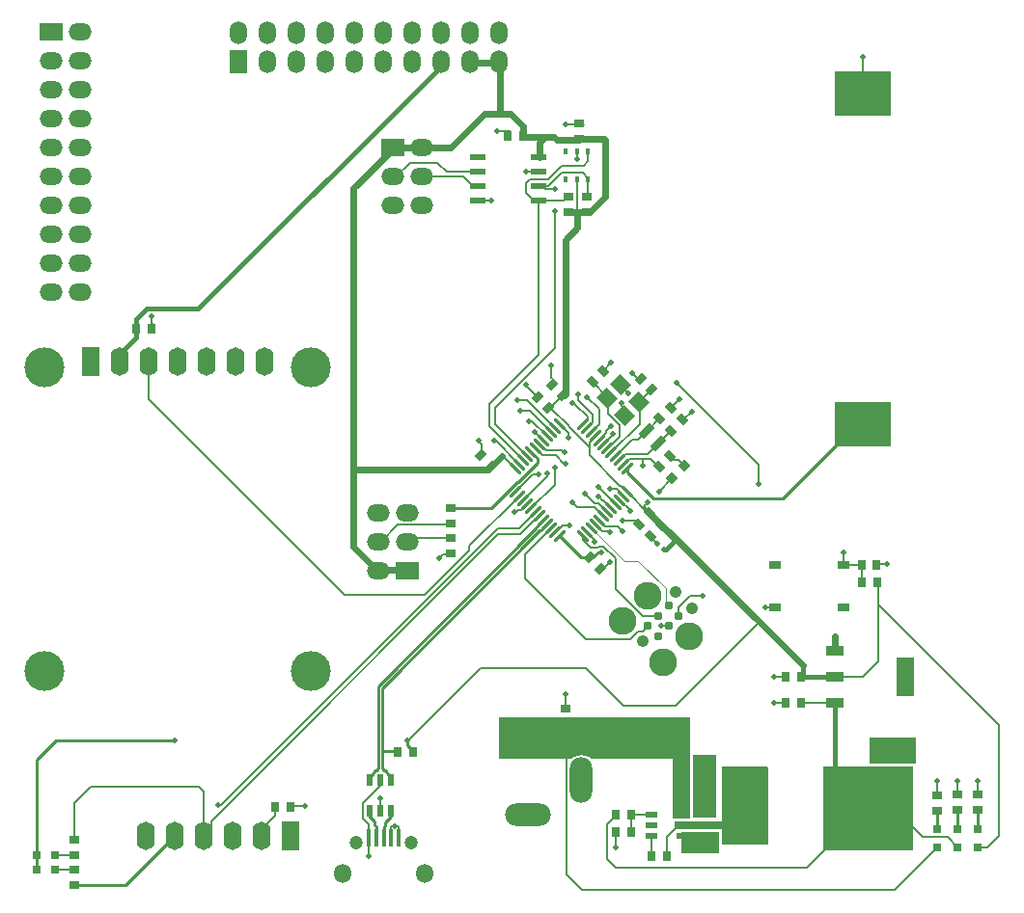
<source format=gtl>
G04*
G04 #@! TF.GenerationSoftware,Altium Limited,Altium Designer,19.0.15 (446)*
G04*
G04 Layer_Physical_Order=1*
G04 Layer_Color=255*
%FSLAX25Y25*%
%MOIN*%
G70*
G01*
G75*
%ADD10C,0.00787*%
%ADD13C,0.02362*%
%ADD17C,0.01000*%
%ADD18R,0.01575X0.06299*%
%ADD19R,0.03740X0.02756*%
%ADD20R,0.06299X0.13386*%
%ADD21R,0.06299X0.03347*%
%ADD22R,0.05512X0.02362*%
%ADD23R,0.01575X0.02362*%
G04:AMPARAMS|DCode=24|XSize=27.56mil|YSize=37.4mil|CornerRadius=0mil|HoleSize=0mil|Usage=FLASHONLY|Rotation=315.000|XOffset=0mil|YOffset=0mil|HoleType=Round|Shape=Rectangle|*
%AMROTATEDRECTD24*
4,1,4,-0.02297,-0.00348,0.00348,0.02297,0.02297,0.00348,-0.00348,-0.02297,-0.02297,-0.00348,0.0*
%
%ADD24ROTATEDRECTD24*%

G04:AMPARAMS|DCode=25|XSize=27.56mil|YSize=37.4mil|CornerRadius=0mil|HoleSize=0mil|Usage=FLASHONLY|Rotation=225.000|XOffset=0mil|YOffset=0mil|HoleType=Round|Shape=Rectangle|*
%AMROTATEDRECTD25*
4,1,4,-0.00348,0.02297,0.02297,-0.00348,0.00348,-0.02297,-0.02297,0.00348,-0.00348,0.02297,0.0*
%
%ADD25ROTATEDRECTD25*%

G04:AMPARAMS|DCode=26|XSize=27.56mil|YSize=55.12mil|CornerRadius=0mil|HoleSize=0mil|Usage=FLASHONLY|Rotation=315.000|XOffset=0mil|YOffset=0mil|HoleType=Round|Shape=Rectangle|*
%AMROTATEDRECTD26*
4,1,4,-0.02923,-0.00974,0.00974,0.02923,0.02923,0.00974,-0.00974,-0.02923,-0.02923,-0.00974,0.0*
%
%ADD26ROTATEDRECTD26*%

G04:AMPARAMS|DCode=27|XSize=55.12mil|YSize=47.24mil|CornerRadius=0mil|HoleSize=0mil|Usage=FLASHONLY|Rotation=315.000|XOffset=0mil|YOffset=0mil|HoleType=Round|Shape=Rectangle|*
%AMROTATEDRECTD27*
4,1,4,-0.03619,0.00278,-0.00278,0.03619,0.03619,-0.00278,0.00278,-0.03619,-0.03619,0.00278,0.0*
%
%ADD27ROTATEDRECTD27*%

%ADD28P,0.04454X4X90.0*%
G04:AMPARAMS|DCode=29|XSize=11.81mil|YSize=57.09mil|CornerRadius=0mil|HoleSize=0mil|Usage=FLASHONLY|Rotation=315.000|XOffset=0mil|YOffset=0mil|HoleType=Round|Shape=Round|*
%AMOVALD29*
21,1,0.04528,0.01181,0.00000,0.00000,45.0*
1,1,0.01181,-0.01601,-0.01601*
1,1,0.01181,0.01601,0.01601*
%
%ADD29OVALD29*%

G04:AMPARAMS|DCode=30|XSize=11.81mil|YSize=57.09mil|CornerRadius=0mil|HoleSize=0mil|Usage=FLASHONLY|Rotation=225.000|XOffset=0mil|YOffset=0mil|HoleType=Round|Shape=Round|*
%AMOVALD30*
21,1,0.04528,0.01181,0.00000,0.00000,315.0*
1,1,0.01181,-0.01601,0.01601*
1,1,0.01181,0.01601,-0.01601*
%
%ADD30OVALD30*%

%ADD31R,0.02756X0.03740*%
%ADD32R,0.03150X0.03150*%
%ADD33R,0.04331X0.02362*%
%ADD34R,0.03150X0.03150*%
%ADD35R,0.02362X0.04331*%
%ADD36R,0.19685X0.15748*%
%ADD37R,0.03937X0.02953*%
%ADD38R,0.13780X0.23622*%
%ADD75C,0.03098*%
%ADD76C,0.01575*%
%ADD77C,0.00914*%
%ADD78C,0.00630*%
%ADD79C,0.00394*%
%ADD80O,0.07874X0.15748*%
%ADD81O,0.17323X0.08661*%
%ADD82O,0.15748X0.07874*%
%ADD83O,0.05906X0.06693*%
%ADD84C,0.04724*%
%ADD85O,0.06299X0.09843*%
%ADD86R,0.06299X0.09843*%
%ADD87C,0.13780*%
%ADD88C,0.04201*%
%ADD89C,0.09650*%
%ADD90O,0.05906X0.07874*%
%ADD91R,0.05906X0.07874*%
%ADD92O,0.07874X0.05906*%
%ADD93R,0.07874X0.05906*%
%ADD94C,0.01968*%
G36*
X319787Y47669D02*
X303909Y47669D01*
Y56669D01*
X319787Y56669D01*
Y47669D01*
D02*
G37*
G36*
X250787Y29169D02*
X242787Y29169D01*
X242787Y50669D01*
X250787Y50669D01*
X250787Y29169D01*
D02*
G37*
G36*
X241787Y28569D02*
X235787D01*
Y49269D01*
X207658D01*
X206674Y50024D01*
X205525Y50500D01*
X204291Y50663D01*
X203058Y50500D01*
X201909Y50024D01*
X200925Y49269D01*
X175800D01*
Y63669D01*
X241787D01*
Y28569D01*
D02*
G37*
G36*
X268787Y46216D02*
X268787Y19669D01*
X252787D01*
Y24969D01*
X236546D01*
Y27669D01*
X252787Y27669D01*
X252787Y46569D01*
X268434Y46569D01*
X268787Y46216D01*
D02*
G37*
G36*
X318787Y17669D02*
X287787D01*
Y46669D01*
X318787D01*
Y17669D01*
D02*
G37*
G36*
X251787Y16669D02*
X238787D01*
Y24150D01*
X251787D01*
Y16669D01*
D02*
G37*
D10*
X55800Y199915D02*
Y202400D01*
Y199915D02*
X56715Y199000D01*
X55815Y198100D02*
X56715Y199000D01*
X130649Y26736D02*
X130905Y26479D01*
X185300Y178308D02*
X189105Y174503D01*
X175200Y266500D02*
X179885D01*
X198800Y268700D02*
X205000D01*
X270843Y68669D02*
X274787D01*
X291394Y86897D02*
X291787Y87291D01*
X291394Y86897D02*
X291677Y86614D01*
X306102Y116433D02*
X306339Y116669D01*
X55602Y198100D02*
X55815D01*
X194029Y54669D02*
X199173Y49525D01*
Y9284D02*
X204520Y3937D01*
X199173Y9284D02*
Y49525D01*
X169600Y80769D02*
X205926D01*
X144600Y55769D02*
X169600Y80769D01*
X225932Y136614D02*
X228387Y134158D01*
X128685Y34009D02*
X134787Y40111D01*
X128685Y28700D02*
Y34009D01*
Y28700D02*
X130649Y26736D01*
X134787Y31354D02*
Y35669D01*
Y40111D02*
Y41984D01*
X130905Y21874D02*
Y26479D01*
Y15811D02*
Y21874D01*
X208266Y165782D02*
Y168434D01*
X203300Y173400D02*
X208266Y168434D01*
X203300Y173400D02*
Y175200D01*
X208900Y124500D02*
Y125136D01*
X206392Y127644D02*
X208900Y125136D01*
X213550Y128050D02*
X214000Y127600D01*
X211554Y128050D02*
X213550D01*
X209176Y130428D02*
X211554Y128050D01*
X175485Y129185D02*
X182911D01*
X79654Y33354D02*
X175485Y129185D01*
X78787Y33354D02*
X79654D01*
X139561Y25943D02*
X139787Y26169D01*
X140013Y25943D01*
X138583D02*
X139561D01*
X140013D02*
X141142D01*
X138583Y21874D02*
Y25943D01*
X141142Y21874D02*
Y25943D01*
X192400Y147026D02*
Y148100D01*
X184154Y138779D02*
X192400Y147026D01*
X181370Y141563D02*
X187507Y147700D01*
X189400D01*
X186938Y135995D02*
X195000Y144058D01*
Y150000D01*
X181283Y134603D02*
X181603D01*
X182406Y135407D01*
X183459D01*
X185439Y137387D01*
X185546D01*
X168900Y158943D02*
Y159262D01*
Y158943D02*
X169848Y157995D01*
Y154568D02*
Y157995D01*
X169500Y154220D02*
X169848Y154568D01*
X216097Y159435D02*
X217365Y160703D01*
X216051Y159435D02*
X216097D01*
X213352Y156735D02*
X216051Y159435D01*
X213245Y156735D02*
X213352D01*
X217365Y160703D02*
Y164857D01*
X214496Y167726D02*
X217365Y164857D01*
X215200Y161398D02*
Y161600D01*
X211930Y158127D02*
X215200Y161398D01*
X300657Y116433D02*
X301087Y116002D01*
X225932Y136614D02*
X227159Y137841D01*
X227610Y134158D02*
X227863D01*
X301087Y110408D02*
Y116002D01*
X294787Y116433D02*
X300657D01*
X241965Y105811D02*
X246300D01*
X237859Y101705D02*
X241965Y105811D01*
X237859Y98740D02*
Y101705D01*
X231787Y95205D02*
X234323D01*
X204520Y3937D02*
X312433D01*
X327287Y18791D01*
X297139Y33800D02*
X310600D01*
X297008Y33669D02*
X297139Y33800D01*
X310600D02*
X322092Y22308D01*
X330771D01*
X344591Y18791D02*
X348387Y22587D01*
X341287Y18791D02*
X344591D01*
X348387Y22587D02*
Y61084D01*
X306339Y116669D02*
X309787D01*
X306702Y102769D02*
Y110108D01*
X306402Y110408D02*
X306702Y110108D01*
Y102769D02*
X348387Y61084D01*
X306702Y83084D02*
Y102769D01*
X158781Y130366D02*
X159100Y130685D01*
X140850Y130366D02*
X158781D01*
X145300Y125800D02*
X159300D01*
X144000Y124500D02*
X145300Y125800D01*
X220205Y141563D02*
X227610Y134158D01*
X158882Y120067D02*
X159300Y120485D01*
X156531Y120067D02*
X158882D01*
X155000Y118536D02*
X156531Y120067D01*
X165377Y121387D02*
Y122882D01*
X149990Y106000D02*
X165377Y121387D01*
X122500Y106000D02*
X149990D01*
X165377Y122882D02*
X182666Y140171D01*
X291677Y86614D02*
X291787Y86724D01*
X93787Y24936D02*
X98400Y29549D01*
X93787Y22669D02*
Y24936D01*
X98400Y29549D02*
Y32600D01*
X103809Y32900D02*
X108815D01*
X223787Y180669D02*
X224787D01*
X221787Y182669D02*
X223787Y180669D01*
X239570Y166552D02*
X242387Y169369D01*
X239021Y166552D02*
X239570D01*
X218300Y171300D02*
Y172500D01*
X217905Y178076D02*
X220311Y175669D01*
X217905Y178076D02*
Y178794D01*
X219297Y167937D02*
Y170303D01*
X218300Y171300D02*
X219297Y170303D01*
X235433Y146215D02*
Y146315D01*
X231000Y141782D02*
X235433Y146215D01*
X222805Y131700D02*
X224029Y130475D01*
X218500Y131700D02*
X222805D01*
X227787Y134234D02*
X227863Y134158D01*
X228387D01*
X228029Y126300D02*
X230529Y123800D01*
X231787Y130058D02*
Y130234D01*
X210958Y115142D02*
X211742D01*
X214100Y117500D01*
X192787Y170669D02*
X193385D01*
X185300Y178308D02*
Y178600D01*
X189029Y174427D02*
X189105Y174503D01*
X216150Y18669D02*
Y24150D01*
X230963Y158493D02*
X235263Y162794D01*
X211747Y133211D02*
Y133318D01*
X209973Y143416D02*
X209986Y143403D01*
X54787Y173713D02*
X122500Y106000D01*
X54787Y173713D02*
Y186669D01*
X183303Y126900D02*
X189615Y133211D01*
X175500Y126900D02*
X183303D01*
X76333Y27733D02*
X175500Y126900D01*
X76333Y25496D02*
Y27733D01*
X216652Y129765D02*
X218413Y128004D01*
X212622Y129765D02*
X216652D01*
X210568Y131819D02*
X212622Y129765D01*
X210461Y131819D02*
X210568D01*
X209069Y130428D02*
X209176D01*
X206286Y127644D02*
X206392D01*
X225600Y153148D02*
X228009D01*
X220900D02*
X225600D01*
Y150769D02*
Y153148D01*
X228009D02*
X230787Y150369D01*
X218920Y151168D02*
X220900Y153148D01*
X218813Y151168D02*
X218920D01*
X193900Y181048D02*
Y185400D01*
Y181048D02*
X194377Y180570D01*
Y179179D02*
Y180570D01*
X194029Y178831D02*
X194377Y179179D01*
X237300Y179200D02*
X265500Y151000D01*
Y144400D02*
Y151000D01*
X236776Y67769D02*
X265676Y96669D01*
X185484Y173500D02*
X195289Y163695D01*
X182200Y173500D02*
X185484D01*
X186600Y169600D02*
X193897Y162303D01*
X183200Y169600D02*
X186600D01*
X174667Y159262D02*
X182762Y151168D01*
X174300Y159262D02*
X174667D01*
X172402Y164311D02*
X184154Y152559D01*
X172402Y164311D02*
Y172000D01*
X174400Y170762D02*
X195100Y191462D01*
Y238600D01*
X177224Y153922D02*
X181370Y149776D01*
X174400Y165097D02*
Y170762D01*
X195600Y154200D02*
X198300Y151500D01*
X190971Y154200D02*
X195600D01*
X188436Y156735D02*
X190971Y154200D01*
X197553Y156147D02*
X198400Y155300D01*
X191980Y156147D02*
X197553D01*
X198300Y151500D02*
X198900D01*
X188330Y156735D02*
X188436D01*
X190000Y158127D02*
X191980Y156147D01*
X189722Y158127D02*
X190000D01*
X168978Y154220D02*
X169500D01*
X176700Y153922D02*
X177224D01*
X182762Y151168D02*
Y151238D01*
X202700Y259442D02*
X202900Y259243D01*
X206637Y255937D02*
Y258885D01*
Y259442D01*
X202900Y256600D02*
Y259243D01*
X185000Y248475D02*
X186363Y249838D01*
X185000Y244957D02*
Y248475D01*
Y244957D02*
X187758Y242200D01*
X205135Y254435D02*
X206637Y255937D01*
X197435Y254435D02*
X205135D01*
X192838Y249838D02*
X197435Y254435D01*
X189332Y242200D02*
X198181D01*
X199665Y243684D01*
X186363Y249838D02*
X192838D01*
X192724Y247200D02*
X197486Y251962D01*
X190907Y247200D02*
X192724D01*
X197486Y251962D02*
X204668D01*
X191707Y246400D02*
X195000D01*
X190907Y247200D02*
X191707Y246400D01*
X187758Y242200D02*
X189332D01*
Y247200D02*
X190907D01*
X180235Y159203D02*
X185516Y153922D01*
X180235Y159203D02*
Y159262D01*
X174400Y165097D02*
X180235Y159262D01*
X206037Y243684D02*
X206637Y244285D01*
Y249600D01*
X204668Y251962D02*
X206637Y249994D01*
Y249600D02*
Y249994D01*
X202700Y245568D02*
Y249600D01*
Y245568D02*
X202717Y245551D01*
Y241817D02*
Y245551D01*
X202700Y241800D02*
X202717Y241817D01*
X202700Y238469D02*
Y241800D01*
X189332Y188930D02*
Y242200D01*
X168466D02*
X173029D01*
X168466D02*
X168766Y242500D01*
X139087Y250569D02*
X140072D01*
X145002Y255500D01*
X157893Y252200D02*
X168466D01*
X154593Y255500D02*
X157893Y252200D01*
X145002Y255500D02*
X154593D01*
X166891Y247200D02*
X168466D01*
X163522Y250569D02*
X166891Y247200D01*
X149087Y250569D02*
X163522D01*
X200054Y164103D02*
X206980Y157177D01*
Y158715D01*
Y157152D02*
Y157177D01*
Y158715D02*
X209069Y160804D01*
Y160911D01*
X217927Y143842D02*
X220205Y141563D01*
X193385Y170669D02*
X193604D01*
X193385D02*
X197787Y175072D01*
X217358Y143842D02*
X217927D01*
X193604Y170669D02*
X200054Y164220D01*
X196681Y165087D02*
X199673Y162095D01*
Y160400D02*
Y162095D01*
X200054Y164103D02*
Y164220D01*
X172402Y172000D02*
X189332Y188930D01*
X185000Y252400D02*
X185200Y252200D01*
X189332D01*
X206100Y174500D02*
X210403Y170197D01*
X201100Y172500D02*
X201600D01*
X214000Y142569D02*
X216308D01*
X218706Y140171D01*
X209973Y143416D02*
X210000D01*
X216029Y137387D01*
X202200Y171791D02*
Y171900D01*
X201600Y172500D02*
X202200Y171900D01*
Y171791D02*
X206441Y167551D01*
Y166634D02*
Y167551D01*
X210403Y165135D02*
Y170197D01*
X207678Y162409D02*
X210403Y165135D01*
X212835Y162635D02*
X214600Y164400D01*
X212835Y161999D02*
Y162635D01*
X210456Y159620D02*
X212835Y161999D01*
X214496Y167726D02*
Y167766D01*
X213450Y168812D02*
X214496Y167766D01*
X213450Y168812D02*
Y173783D01*
X206980Y154220D02*
X217358Y143842D01*
X206980Y154220D02*
Y157152D01*
X221000Y135000D02*
Y135200D01*
X211471Y138849D02*
X211784D01*
X210320Y140000D02*
X211471Y138849D01*
X210014Y137835D02*
X213245Y134603D01*
X202669Y136331D02*
X208734D01*
X201000Y138000D02*
X202669Y136331D01*
X197646Y130000D02*
X200000D01*
X218706Y140171D02*
X218813D01*
X205610Y141000D02*
X208775Y137835D01*
X210000Y140000D02*
X210320D01*
X206286Y163802D02*
X208266Y165782D01*
X187244Y166172D02*
X192505Y160911D01*
X206980Y157152D02*
X206980Y157152D01*
X207678Y162303D02*
Y162409D01*
X206286Y163695D02*
Y163802D01*
X188223Y162303D02*
X191007Y159519D01*
X191113D01*
X204894Y165087D02*
X206441Y166634D01*
X181283Y134603D02*
X181509Y134829D01*
X208734Y136331D02*
X211747Y133318D01*
X208775Y137835D02*
X210014D01*
X217421Y138779D02*
X221000Y135200D01*
X195289Y127644D02*
X197646Y130000D01*
X211784Y138849D02*
X214637Y135995D01*
X186000Y166172D02*
X187244D01*
X188000Y162303D02*
X188223D01*
X182911Y129185D02*
X188330Y134603D01*
X182666Y140171D02*
X182762D01*
X214637Y155343D02*
X224307Y165014D01*
Y172391D01*
X134984Y124500D02*
X140850Y130366D01*
X134000Y124500D02*
X134984D01*
X22449Y11000D02*
X29000D01*
X21449D02*
X22449D01*
Y16000D02*
X29000D01*
Y22315D02*
X29059Y22374D01*
Y33941D01*
X34787Y39669D01*
X282299Y11811D02*
X290905Y20417D01*
X216155Y11811D02*
X282299D01*
X213197Y14769D02*
X216155Y11811D01*
X213197Y14769D02*
Y26705D01*
X216150Y29658D01*
X236255Y152718D02*
X237939D01*
X234846Y154128D02*
X236255Y152718D01*
X237939D02*
X239887Y150769D01*
X227010Y154540D02*
X230963Y158493D01*
X219508Y154540D02*
X227010D01*
X217528Y152559D02*
X219508Y154540D01*
X217421Y152559D02*
X217528D01*
X235046Y170728D02*
X238046Y173728D01*
X226987Y162669D02*
X231287Y166969D01*
X226787Y162669D02*
X226987D01*
X223787Y159669D02*
X226787Y162669D01*
X221747Y159669D02*
X223787D01*
X294787Y116433D02*
Y120669D01*
X292387Y77769D02*
X301387D01*
X306702Y83084D01*
X218926Y67769D02*
X236776D01*
X205926Y80769D02*
X218926Y67769D01*
X267787Y101669D02*
X271165D01*
X280157Y68614D02*
X291787D01*
X270843Y77724D02*
X274787D01*
X270787Y77669D02*
X270843Y77724D01*
X214637Y186314D02*
Y186332D01*
X211751Y183428D02*
X214637Y186314D01*
X207993Y179669D02*
X213172Y174490D01*
Y174061D02*
Y174490D01*
X224029Y172669D02*
X224304D01*
X228546Y176911D01*
X213172Y174061D02*
X213450Y173783D01*
X224029Y172669D02*
X224307Y172391D01*
X210993Y184769D02*
X211415D01*
X233898Y22371D02*
X237149Y25622D01*
X233898Y15669D02*
Y22371D01*
X34787Y39669D02*
X72102D01*
X73787Y37984D01*
Y22949D02*
Y37984D01*
X189615Y133211D02*
X189722D01*
X73787Y22949D02*
X76333Y25496D01*
X73787Y22669D02*
Y22949D01*
X341287Y37106D02*
Y41791D01*
Y36791D02*
Y37106D01*
X334287D02*
Y41791D01*
Y36791D02*
Y37106D01*
X301500Y279200D02*
Y292027D01*
X327287Y36791D02*
Y41791D01*
X330771Y22308D02*
X334287Y18791D01*
X29707Y15435D02*
X29787Y15354D01*
X221465Y24150D02*
Y30150D01*
X228583D01*
X198787Y66669D02*
Y71669D01*
X239213Y30150D02*
Y36669D01*
X228583Y15669D02*
Y22669D01*
X238425Y25622D02*
X239213Y26409D01*
X237149Y25622D02*
X238425D01*
X216029Y153951D02*
X221747Y159669D01*
D13*
X203451Y238469D02*
X207129D01*
X171978Y149200D02*
X176700Y153922D01*
X139687Y260669D02*
X159169D01*
X232246Y130099D02*
X265676Y96669D01*
X166100Y290000D02*
X176100D01*
X125600Y246582D02*
X139687Y260669D01*
X133616Y114600D02*
X144600D01*
X212233Y263582D02*
X212351Y263464D01*
Y243691D02*
Y263464D01*
X203597Y263582D02*
X212233D01*
X179917Y272200D02*
X184200Y267917D01*
Y264600D02*
Y267917D01*
X191857Y264257D02*
X194913D01*
X195785Y263385D01*
X203400D01*
X203597Y263582D01*
X184800Y264257D02*
X191857D01*
X176100Y272200D02*
X179917D01*
X175900D02*
X176100D01*
X291787Y87291D02*
Y91614D01*
X231787Y130058D02*
X236732Y125114D01*
X232246Y130099D02*
X236732Y125114D01*
X159169Y260669D02*
X170700Y272200D01*
X175900D01*
X176100D02*
Y290000D01*
X227863Y134158D02*
X231787Y130234D01*
X125600Y149200D02*
X171978D01*
X125600D02*
Y246582D01*
X207129Y238469D02*
X212351Y243691D01*
X199773Y238469D02*
X202700D01*
X202900Y233000D02*
Y238469D01*
X198735Y228835D02*
X202900Y233000D01*
X189932Y262332D02*
X191857Y264257D01*
X189932Y257300D02*
Y262332D01*
X198735Y175520D02*
Y228835D01*
X198387Y175172D02*
X198735Y175520D01*
X125600Y122616D02*
Y149200D01*
Y122616D02*
X133616Y114600D01*
X265676Y96669D02*
X280702Y81843D01*
D17*
X144000Y55669D02*
X144185Y55484D01*
Y53907D02*
Y55484D01*
Y53907D02*
X146000Y52092D01*
Y51600D02*
Y52092D01*
X16000Y16000D02*
Y48882D01*
X207200Y118900D02*
X208137D01*
X204033D02*
X207200D01*
X159100Y135984D02*
X173135D01*
X211029Y120700D02*
X211100D01*
X208137Y118900D02*
X210051Y120815D01*
X210915D01*
X211029Y120700D01*
X144287Y117035D02*
X144413Y117162D01*
X175400Y272700D02*
X175900Y272200D01*
X299483Y165027D02*
X301500D01*
X273967Y139510D02*
X299483Y165027D01*
X229290Y139510D02*
X273967D01*
X196681Y126252D02*
X204033Y118900D01*
X182493Y145042D02*
X189024Y151573D01*
X173135Y135984D02*
X182193Y145042D01*
X182493D01*
X189024Y151573D02*
Y153208D01*
X220291Y148509D02*
X229290Y139510D01*
X220291Y148509D02*
Y149689D01*
X186938Y155294D02*
X189024Y153208D01*
X186938Y155294D02*
Y155343D01*
X16150Y11000D02*
Y16000D01*
X16000Y48882D02*
X22787Y55669D01*
X46803Y5685D02*
X61002Y19884D01*
X29707Y5685D02*
X46803D01*
X22787Y55669D02*
X63787D01*
Y22332D02*
Y22669D01*
X61339Y19884D02*
X63787Y22332D01*
X61002Y19884D02*
X61339D01*
X260787Y32799D02*
Y33669D01*
X254398Y26409D02*
X260787Y32799D01*
X341287Y25091D02*
Y31791D01*
X334287Y25091D02*
Y31791D01*
X327287Y25091D02*
Y31476D01*
D18*
X141142Y21874D02*
D03*
X130905D02*
D03*
X133465D02*
D03*
X136024D02*
D03*
X138583D02*
D03*
D19*
X198787Y61354D02*
D03*
Y66669D02*
D03*
X159300Y130688D02*
D03*
Y136003D02*
D03*
Y120485D02*
D03*
Y125800D02*
D03*
X203400Y268915D02*
D03*
Y263600D02*
D03*
X199665Y243684D02*
D03*
Y238369D02*
D03*
X206037D02*
D03*
Y243684D02*
D03*
X341287Y31791D02*
D03*
Y37106D02*
D03*
X327287Y31476D02*
D03*
Y36791D02*
D03*
X334287Y31791D02*
D03*
Y37106D02*
D03*
X308787Y49669D02*
D03*
Y44354D02*
D03*
X29000Y16000D02*
D03*
Y21315D02*
D03*
Y11000D02*
D03*
Y5685D02*
D03*
X314787Y49669D02*
D03*
Y44354D02*
D03*
D20*
X316000Y77669D02*
D03*
D21*
X291787Y86724D02*
D03*
Y77669D02*
D03*
Y68614D02*
D03*
D22*
X189332Y242200D02*
D03*
Y247200D02*
D03*
Y252200D02*
D03*
Y257200D02*
D03*
X168466Y242200D02*
D03*
Y247200D02*
D03*
Y252200D02*
D03*
Y257200D02*
D03*
D23*
X206637Y259442D02*
D03*
X202700D02*
D03*
X198763D02*
D03*
X206637Y249600D02*
D03*
X202700D02*
D03*
X198763D02*
D03*
D24*
X224787Y180669D02*
D03*
X228546Y176911D02*
D03*
X192787Y170669D02*
D03*
X189029Y174427D02*
D03*
X194029Y178831D02*
D03*
X197787Y175072D02*
D03*
X173258Y150462D02*
D03*
X169500Y154220D02*
D03*
X210958Y115142D02*
D03*
X207200Y118900D02*
D03*
D25*
X231287Y166969D02*
D03*
X235046Y170728D02*
D03*
X239021Y166552D02*
D03*
X235263Y162794D02*
D03*
X211751Y183428D02*
D03*
X207993Y179669D02*
D03*
X231087Y150369D02*
D03*
X234846Y154128D02*
D03*
X224029Y130475D02*
D03*
X227787Y134234D02*
D03*
X228029Y126300D02*
D03*
X231787Y130058D02*
D03*
D26*
X226787Y162669D02*
D03*
X230963Y158493D02*
D03*
D27*
X213172Y174061D02*
D03*
X219297Y167937D02*
D03*
X224029Y172669D02*
D03*
X217905Y178794D02*
D03*
D28*
X235433Y146315D02*
D03*
X239887Y150769D02*
D03*
D29*
X214637Y155343D02*
D03*
X216029Y153951D02*
D03*
X220205Y149776D02*
D03*
X217421Y152559D02*
D03*
X218813Y151168D02*
D03*
X207678Y162303D02*
D03*
X209069Y160911D02*
D03*
X204894Y165087D02*
D03*
X206286Y163695D02*
D03*
X211853Y158127D02*
D03*
X213245Y156735D02*
D03*
X210461Y159519D02*
D03*
X191113Y131819D02*
D03*
X195289Y127644D02*
D03*
X196681Y126252D02*
D03*
X192505Y130428D02*
D03*
X193897Y129036D02*
D03*
X184154Y138779D02*
D03*
X185546Y137387D02*
D03*
X181370Y141563D02*
D03*
X182762Y140171D02*
D03*
X188330Y134603D02*
D03*
X189722Y133211D02*
D03*
X186938Y135995D02*
D03*
D30*
X220205Y141563D02*
D03*
X218813Y140171D02*
D03*
X217421Y138779D02*
D03*
X216029Y137387D02*
D03*
X214637Y135995D02*
D03*
X213245Y134603D02*
D03*
X211853Y133211D02*
D03*
X210461Y131819D02*
D03*
X209069Y130428D02*
D03*
X207678Y129036D02*
D03*
X206286Y127644D02*
D03*
X204894Y126252D02*
D03*
X196681Y165087D02*
D03*
X195289Y163695D02*
D03*
X193897Y162303D02*
D03*
X192505Y160911D02*
D03*
X191113Y159519D02*
D03*
X189722Y158127D02*
D03*
X188330Y156735D02*
D03*
X186938Y155343D02*
D03*
X185546Y153951D02*
D03*
X184154Y152559D02*
D03*
X182762Y151168D02*
D03*
X181370Y149776D02*
D03*
D31*
X306300Y116500D02*
D03*
X300985D02*
D03*
X306402Y110408D02*
D03*
X301087D02*
D03*
X274787Y77724D02*
D03*
X280102D02*
D03*
X274787Y68614D02*
D03*
X280102D02*
D03*
X239213Y42669D02*
D03*
X244528D02*
D03*
Y36669D02*
D03*
X239213D02*
D03*
X228583Y15669D02*
D03*
X233898D02*
D03*
X216150Y30150D02*
D03*
X221465D02*
D03*
X146000Y51600D02*
D03*
X140685D02*
D03*
X184200Y264600D02*
D03*
X178885D02*
D03*
X216150Y24150D02*
D03*
X221465D02*
D03*
X98400Y32600D02*
D03*
X103715D02*
D03*
X50500Y198100D02*
D03*
X55815D02*
D03*
D32*
X334287Y25091D02*
D03*
Y18791D02*
D03*
X341287D02*
D03*
Y25091D02*
D03*
X327287Y18791D02*
D03*
Y25091D02*
D03*
D33*
X228583Y22669D02*
D03*
Y26409D02*
D03*
Y30150D02*
D03*
X239213D02*
D03*
Y26409D02*
D03*
Y22669D02*
D03*
D34*
X16150Y16000D02*
D03*
X22449D02*
D03*
Y11000D02*
D03*
X16150D02*
D03*
D35*
X131047Y41984D02*
D03*
X134787D02*
D03*
X138528D02*
D03*
Y31354D02*
D03*
X134787D02*
D03*
X131047D02*
D03*
D36*
X301500Y165027D02*
D03*
Y279200D02*
D03*
D37*
X294787Y116433D02*
D03*
X271165D02*
D03*
Y101669D02*
D03*
X294787D02*
D03*
D38*
X297008Y33669D02*
D03*
X260787D02*
D03*
D75*
X227252Y95205D02*
D03*
X230787Y91669D02*
D03*
Y98740D02*
D03*
X237859D02*
D03*
X234323Y102276D02*
D03*
Y95205D02*
D03*
D76*
X54259Y204959D02*
X71959D01*
X50500Y201200D02*
X54259Y204959D01*
X71959D02*
X156100Y289100D01*
X50500Y198100D02*
Y201200D01*
X280102Y68669D02*
X280157Y68614D01*
X50500Y195049D02*
Y198100D01*
X44787Y189336D02*
X50500Y195049D01*
X44787Y186669D02*
Y189336D01*
X156100Y289100D02*
Y290000D01*
X280757Y77769D02*
X292387D01*
X233387Y121769D02*
X236732Y125114D01*
X290905Y20417D02*
Y22646D01*
X297008Y28748D01*
Y33669D01*
X216150Y29658D02*
Y30150D01*
X280702Y77824D02*
Y81843D01*
Y77824D02*
X280757Y77769D01*
X291787Y38890D02*
X297008Y33669D01*
X291787Y38890D02*
Y68614D01*
D77*
X135494Y52100D02*
Y73809D01*
Y45929D02*
Y52100D01*
X140185D02*
X140685Y51600D01*
X135494Y52100D02*
X140185D01*
X134081Y45929D02*
Y74394D01*
X188944Y129257D01*
Y129577D01*
X191113Y131747D01*
Y131819D01*
X135494Y73809D02*
X189943Y128258D01*
X190263D01*
X192433Y130428D01*
X192505D01*
X131047Y41984D02*
Y42968D01*
X132362Y44283D01*
Y44665D01*
X133091Y45394D01*
X133545D01*
X134081Y45929D01*
X138528Y41984D02*
Y42968D01*
X137213Y44283D02*
X138528Y42968D01*
X137213Y44283D02*
Y44665D01*
X136484Y45394D02*
X137213Y44665D01*
X136029Y45394D02*
X136484D01*
X135494Y45929D02*
X136029Y45394D01*
X133465Y24433D02*
Y25851D01*
Y21874D02*
Y24433D01*
X136024Y25851D02*
X136528Y26355D01*
Y27409D01*
X138528Y29409D01*
Y31354D01*
X136024Y21874D02*
Y25851D01*
X132787Y26528D02*
X133465Y25851D01*
X130724Y29732D02*
X132787Y27669D01*
Y26528D02*
Y27669D01*
X130724Y29732D02*
Y31032D01*
X131047Y31354D01*
D78*
X184787Y119926D02*
X193897Y129036D01*
X184787Y111669D02*
Y119926D01*
X207451Y122413D02*
X209764D01*
X204894Y124971D02*
X207451Y122413D01*
X204894Y124971D02*
Y126252D01*
X210138Y122787D02*
X211964D01*
X209764Y122413D02*
X210138Y122787D01*
X211964D02*
X216187Y118564D01*
Y108049D02*
X225495Y98740D01*
X216187Y108049D02*
Y118564D01*
X225466Y93419D02*
X227252Y95205D01*
X223687Y93419D02*
X225466D01*
X220999Y90731D02*
X223687Y93419D01*
X225495Y98740D02*
X230787D01*
X184787Y111669D02*
X205726Y90731D01*
X220999D01*
D79*
X207891Y129036D02*
X219110Y117816D01*
X223908D01*
X207678Y129036D02*
X207891D01*
X233376Y103223D02*
Y108348D01*
Y103223D02*
X234323Y102276D01*
X218797Y151168D02*
X218813D01*
X211853Y158127D02*
X211930D01*
X230787Y150369D02*
X231087D01*
X223908Y117816D02*
X233376Y108348D01*
D80*
X204291Y41961D02*
D03*
D81*
X185787Y53772D02*
D03*
D82*
Y30150D02*
D03*
D83*
X121752Y9669D02*
D03*
X150295D02*
D03*
D84*
X145571Y20276D02*
D03*
X126476Y20274D02*
D03*
D85*
X54787Y186669D02*
D03*
X44787D02*
D03*
X64787D02*
D03*
X84787D02*
D03*
X74787D02*
D03*
X94787D02*
D03*
X63787Y22669D02*
D03*
X73787D02*
D03*
X93787D02*
D03*
X83787D02*
D03*
X53787D02*
D03*
D86*
X34787Y186669D02*
D03*
X103787Y22669D02*
D03*
D87*
X18787Y184669D02*
D03*
X110787D02*
D03*
Y79669D02*
D03*
X18787D02*
D03*
D88*
X225484Y89902D02*
D03*
X236798Y106872D02*
D03*
X242455Y101215D02*
D03*
D89*
X218413Y96973D02*
D03*
X232555Y82830D02*
D03*
X227252Y105811D02*
D03*
X241394Y91669D02*
D03*
D90*
X175900Y300200D02*
D03*
X165900D02*
D03*
X155900D02*
D03*
X145900D02*
D03*
X135900D02*
D03*
X125900D02*
D03*
X115900D02*
D03*
X105900D02*
D03*
X95900D02*
D03*
X85900D02*
D03*
X95900Y290200D02*
D03*
X105900D02*
D03*
X115900D02*
D03*
X125900D02*
D03*
X135900D02*
D03*
X145900D02*
D03*
X155900D02*
D03*
X165900D02*
D03*
X175900D02*
D03*
D91*
X85900D02*
D03*
D92*
X31200Y210800D02*
D03*
Y220800D02*
D03*
Y230800D02*
D03*
Y240800D02*
D03*
Y250800D02*
D03*
Y260800D02*
D03*
Y270800D02*
D03*
Y280800D02*
D03*
Y290800D02*
D03*
Y300800D02*
D03*
X21200Y290800D02*
D03*
Y280800D02*
D03*
Y270800D02*
D03*
Y260800D02*
D03*
Y250800D02*
D03*
Y240800D02*
D03*
Y230800D02*
D03*
Y220800D02*
D03*
Y210800D02*
D03*
X139087Y240569D02*
D03*
Y250569D02*
D03*
X149087Y260569D02*
D03*
Y250569D02*
D03*
Y240569D02*
D03*
X134000Y134500D02*
D03*
Y124500D02*
D03*
Y114500D02*
D03*
X144000Y124500D02*
D03*
Y134500D02*
D03*
D93*
X21200Y300800D02*
D03*
X139087Y260569D02*
D03*
X144000Y114500D02*
D03*
D94*
X55800Y202400D02*
D03*
X144000Y55669D02*
D03*
X134787Y35669D02*
D03*
X208900Y124500D02*
D03*
X130905Y15811D02*
D03*
X139787Y26169D02*
D03*
X192400Y148100D02*
D03*
X168900Y159262D02*
D03*
X198800Y268700D02*
D03*
X215200Y161600D02*
D03*
X175200Y266500D02*
D03*
X246300Y105811D02*
D03*
X231787Y95205D02*
D03*
X309787Y116669D02*
D03*
X155000Y118536D02*
D03*
X291787Y91614D02*
D03*
X108815Y32900D02*
D03*
X221787Y182669D02*
D03*
X242387Y169369D02*
D03*
X220311Y175669D02*
D03*
X218300Y172500D02*
D03*
X231000Y141782D02*
D03*
X227000Y138000D02*
D03*
X218500Y131700D02*
D03*
X232787Y121669D02*
D03*
X230529Y123800D02*
D03*
X238976Y122869D02*
D03*
X214100Y117500D02*
D03*
X211100Y120700D02*
D03*
X185300Y178600D02*
D03*
X216150Y18669D02*
D03*
X218413Y128004D02*
D03*
X214000Y127600D02*
D03*
X225600Y150769D02*
D03*
X193900Y185400D02*
D03*
X237300Y179200D02*
D03*
X265500Y144400D02*
D03*
X189400Y147700D02*
D03*
X182200Y173500D02*
D03*
X183200Y169600D02*
D03*
X174300Y159262D02*
D03*
X198900Y151500D02*
D03*
X198400Y155300D02*
D03*
X202900Y256600D02*
D03*
X195000Y246400D02*
D03*
X195100Y238600D02*
D03*
X173029Y242200D02*
D03*
X199673Y160400D02*
D03*
X185000Y252400D02*
D03*
X206100Y174500D02*
D03*
X203300Y175200D02*
D03*
X201100Y172500D02*
D03*
X214000Y142569D02*
D03*
X210000Y143416D02*
D03*
X214600Y164400D02*
D03*
X181283Y134603D02*
D03*
X205610Y141000D02*
D03*
X200000Y130000D02*
D03*
X201000Y138000D02*
D03*
X195000Y150000D02*
D03*
X210000Y140000D02*
D03*
X221000Y135000D02*
D03*
X186000Y166172D02*
D03*
X188000Y162303D02*
D03*
X238046Y173728D02*
D03*
X294787Y120669D02*
D03*
X63787Y55669D02*
D03*
X267787Y101669D02*
D03*
X270787Y77669D02*
D03*
X270843Y68669D02*
D03*
X214637Y186314D02*
D03*
X78787Y33354D02*
D03*
X301500Y292027D02*
D03*
X312787Y20669D02*
D03*
Y23669D02*
D03*
Y26669D02*
D03*
Y29651D02*
D03*
X341287Y41791D02*
D03*
X334287D02*
D03*
X327287D02*
D03*
X248787Y35669D02*
D03*
Y44669D02*
D03*
Y30669D02*
D03*
X244667D02*
D03*
X248787Y40669D02*
D03*
Y48669D02*
D03*
X245287D02*
D03*
X198787Y71669D02*
D03*
X318787Y54669D02*
D03*
X315787D02*
D03*
X312787D02*
D03*
X308787D02*
D03*
X305787D02*
D03*
X240472Y18669D02*
D03*
X243787D02*
D03*
X246787D02*
D03*
X249787D02*
D03*
Y21669D02*
D03*
X246787D02*
D03*
X243787Y21874D02*
D03*
M02*

</source>
